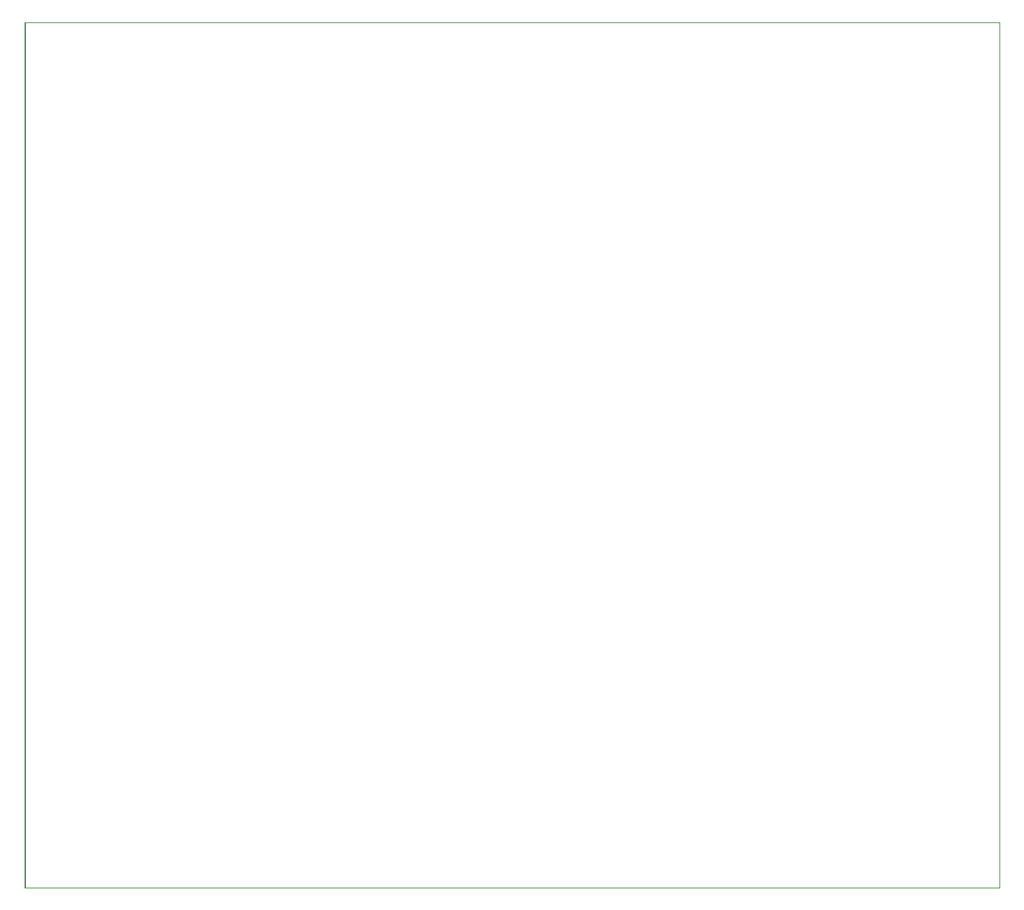
<source format=gm1>
%TF.GenerationSoftware,KiCad,Pcbnew,(5.1.8)-1*%
%TF.CreationDate,2022-01-07T12:39:40-05:00*%
%TF.ProjectId,OCE_L,4f43455f-4c2e-46b6-9963-61645f706362,rev?*%
%TF.SameCoordinates,Original*%
%TF.FileFunction,Profile,NP*%
%FSLAX46Y46*%
G04 Gerber Fmt 4.6, Leading zero omitted, Abs format (unit mm)*
G04 Created by KiCad (PCBNEW (5.1.8)-1) date 2022-01-07 12:39:40*
%MOMM*%
%LPD*%
G01*
G04 APERTURE LIST*
%TA.AperFunction,Profile*%
%ADD10C,0.050000*%
%TD*%
%TA.AperFunction,Profile*%
%ADD11C,0.150000*%
%TD*%
G04 APERTURE END LIST*
D10*
X38100000Y-38100000D02*
X152400000Y-38100000D01*
X152400000Y-139700000D02*
X38100000Y-139700000D01*
X152400000Y-38100000D02*
X152400000Y-139700000D01*
D11*
X38100000Y-139700000D02*
X38100000Y-38100000D01*
M02*

</source>
